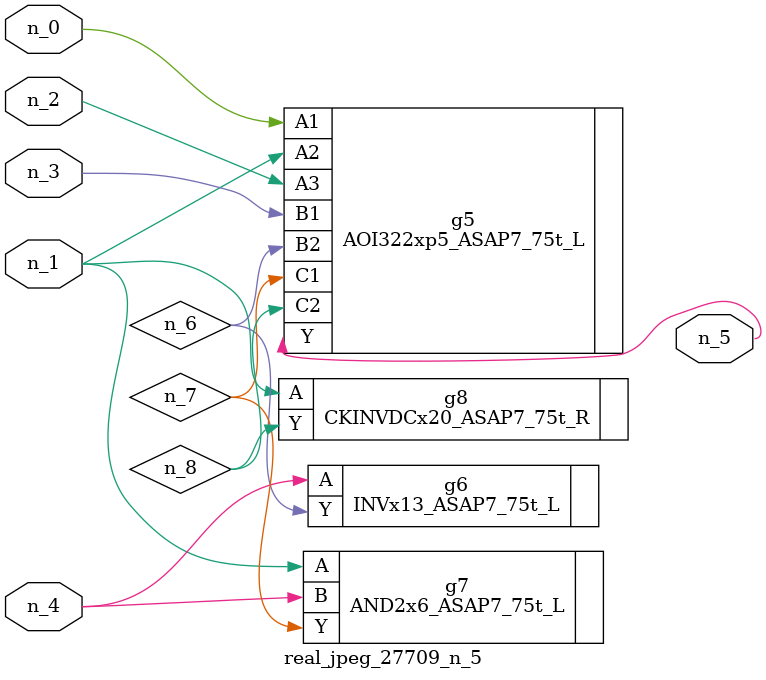
<source format=v>
module real_jpeg_27709_n_5 (n_4, n_0, n_1, n_2, n_3, n_5);

input n_4;
input n_0;
input n_1;
input n_2;
input n_3;

output n_5;

wire n_8;
wire n_6;
wire n_7;

AOI322xp5_ASAP7_75t_L g5 ( 
.A1(n_0),
.A2(n_1),
.A3(n_2),
.B1(n_3),
.B2(n_6),
.C1(n_7),
.C2(n_8),
.Y(n_5)
);

AND2x6_ASAP7_75t_L g7 ( 
.A(n_1),
.B(n_4),
.Y(n_7)
);

CKINVDCx20_ASAP7_75t_R g8 ( 
.A(n_1),
.Y(n_8)
);

INVx13_ASAP7_75t_L g6 ( 
.A(n_4),
.Y(n_6)
);


endmodule
</source>
